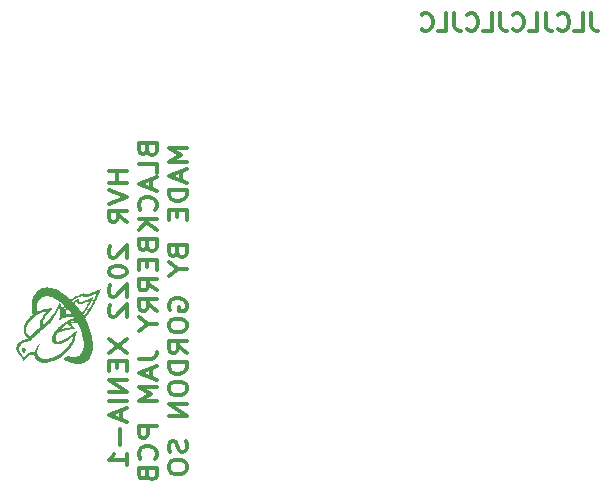
<source format=gbr>
%TF.GenerationSoftware,KiCad,Pcbnew,(6.0.1)*%
%TF.CreationDate,2022-05-15T10:58:49-07:00*%
%TF.ProjectId,BlackberryJam_pcb,426c6163-6b62-4657-9272-794a616d5f70,rev?*%
%TF.SameCoordinates,Original*%
%TF.FileFunction,Legend,Bot*%
%TF.FilePolarity,Positive*%
%FSLAX46Y46*%
G04 Gerber Fmt 4.6, Leading zero omitted, Abs format (unit mm)*
G04 Created by KiCad (PCBNEW (6.0.1)) date 2022-05-15 10:58:49*
%MOMM*%
%LPD*%
G01*
G04 APERTURE LIST*
%ADD10C,0.300000*%
G04 APERTURE END LIST*
D10*
X15918571Y-12920000D02*
X14418571Y-12920000D01*
X15490000Y-13503333D01*
X14418571Y-14086666D01*
X15918571Y-14086666D01*
X15490000Y-14836666D02*
X15490000Y-15670000D01*
X15918571Y-14670000D02*
X14418571Y-15253333D01*
X15918571Y-15836666D01*
X15918571Y-16420000D02*
X14418571Y-16420000D01*
X14418571Y-16836666D01*
X14490000Y-17086666D01*
X14632857Y-17253333D01*
X14775714Y-17336666D01*
X15061428Y-17420000D01*
X15275714Y-17420000D01*
X15561428Y-17336666D01*
X15704285Y-17253333D01*
X15847142Y-17086666D01*
X15918571Y-16836666D01*
X15918571Y-16420000D01*
X15132857Y-18170000D02*
X15132857Y-18753333D01*
X15918571Y-19003333D02*
X15918571Y-18170000D01*
X14418571Y-18170000D01*
X14418571Y-19003333D01*
X15132857Y-21670000D02*
X15204285Y-21920000D01*
X15275714Y-22003333D01*
X15418571Y-22086666D01*
X15632857Y-22086666D01*
X15775714Y-22003333D01*
X15847142Y-21920000D01*
X15918571Y-21753333D01*
X15918571Y-21086666D01*
X14418571Y-21086666D01*
X14418571Y-21670000D01*
X14490000Y-21836666D01*
X14561428Y-21920000D01*
X14704285Y-22003333D01*
X14847142Y-22003333D01*
X14990000Y-21920000D01*
X15061428Y-21836666D01*
X15132857Y-21670000D01*
X15132857Y-21086666D01*
X15204285Y-23170000D02*
X15918571Y-23170000D01*
X14418571Y-22586666D02*
X15204285Y-23170000D01*
X14418571Y-23753333D01*
X14490000Y-26586666D02*
X14418571Y-26419999D01*
X14418571Y-26169999D01*
X14490000Y-25920000D01*
X14632857Y-25753333D01*
X14775714Y-25670000D01*
X15061428Y-25586666D01*
X15275714Y-25586666D01*
X15561428Y-25670000D01*
X15704285Y-25753333D01*
X15847142Y-25920000D01*
X15918571Y-26170000D01*
X15918571Y-26336666D01*
X15847142Y-26586666D01*
X15775714Y-26670000D01*
X15275714Y-26670000D01*
X15275714Y-26336666D01*
X14418571Y-27753333D02*
X14418571Y-28086666D01*
X14490000Y-28253333D01*
X14632857Y-28420000D01*
X14918571Y-28503333D01*
X15418571Y-28503333D01*
X15704285Y-28420000D01*
X15847142Y-28253333D01*
X15918571Y-28086666D01*
X15918571Y-27753333D01*
X15847142Y-27586666D01*
X15704285Y-27420000D01*
X15418571Y-27336666D01*
X14918571Y-27336666D01*
X14632857Y-27420000D01*
X14490000Y-27586666D01*
X14418571Y-27753333D01*
X15918571Y-30253333D02*
X15204285Y-29670000D01*
X15918571Y-29253333D02*
X14418571Y-29253333D01*
X14418571Y-29920000D01*
X14490000Y-30086666D01*
X14561428Y-30170000D01*
X14704285Y-30253333D01*
X14918571Y-30253333D01*
X15061428Y-30170000D01*
X15132857Y-30086666D01*
X15204285Y-29920000D01*
X15204285Y-29253333D01*
X15918571Y-31003333D02*
X14418571Y-31003333D01*
X14418571Y-31420000D01*
X14490000Y-31670000D01*
X14632857Y-31836666D01*
X14775714Y-31920000D01*
X15061428Y-32003333D01*
X15275714Y-32003333D01*
X15561428Y-31920000D01*
X15704285Y-31836666D01*
X15847142Y-31670000D01*
X15918571Y-31420000D01*
X15918571Y-31003333D01*
X14418571Y-33086666D02*
X14418571Y-33420000D01*
X14490000Y-33586666D01*
X14632857Y-33753333D01*
X14918571Y-33836666D01*
X15418571Y-33836666D01*
X15704285Y-33753333D01*
X15847142Y-33586666D01*
X15918571Y-33420000D01*
X15918571Y-33086666D01*
X15847142Y-32920000D01*
X15704285Y-32753333D01*
X15418571Y-32670000D01*
X14918571Y-32670000D01*
X14632857Y-32753333D01*
X14490000Y-32920000D01*
X14418571Y-33086666D01*
X15918571Y-34586666D02*
X14418571Y-34586666D01*
X15918571Y-35586666D01*
X14418571Y-35586666D01*
X15847142Y-37670000D02*
X15918571Y-37920000D01*
X15918571Y-38336666D01*
X15847142Y-38503333D01*
X15775714Y-38586666D01*
X15632857Y-38670000D01*
X15490000Y-38670000D01*
X15347142Y-38586666D01*
X15275714Y-38503333D01*
X15204285Y-38336666D01*
X15132857Y-38003333D01*
X15061428Y-37836666D01*
X14990000Y-37753333D01*
X14847142Y-37670000D01*
X14704285Y-37670000D01*
X14561428Y-37753333D01*
X14490000Y-37836666D01*
X14418571Y-38003333D01*
X14418571Y-38420000D01*
X14490000Y-38670000D01*
X14418571Y-39753333D02*
X14418571Y-40086666D01*
X14490000Y-40253333D01*
X14632857Y-40420000D01*
X14918571Y-40503333D01*
X15418571Y-40503333D01*
X15704285Y-40420000D01*
X15847142Y-40253333D01*
X15918571Y-40086666D01*
X15918571Y-39753333D01*
X15847142Y-39586666D01*
X15704285Y-39420000D01*
X15418571Y-39336666D01*
X14918571Y-39336666D01*
X14632857Y-39420000D01*
X14490000Y-39586666D01*
X14418571Y-39753333D01*
X50178085Y-1479424D02*
X50178085Y-2550853D01*
X50249514Y-2765138D01*
X50392371Y-2907995D01*
X50606656Y-2979424D01*
X50749514Y-2979424D01*
X48749514Y-2979424D02*
X49463799Y-2979424D01*
X49463799Y-1479424D01*
X47392371Y-2836567D02*
X47463799Y-2907995D01*
X47678085Y-2979424D01*
X47820942Y-2979424D01*
X48035228Y-2907995D01*
X48178085Y-2765138D01*
X48249514Y-2622281D01*
X48320942Y-2336567D01*
X48320942Y-2122281D01*
X48249514Y-1836567D01*
X48178085Y-1693710D01*
X48035228Y-1550853D01*
X47820942Y-1479424D01*
X47678085Y-1479424D01*
X47463799Y-1550853D01*
X47392371Y-1622281D01*
X46320942Y-1479424D02*
X46320942Y-2550853D01*
X46392371Y-2765138D01*
X46535228Y-2907995D01*
X46749514Y-2979424D01*
X46892371Y-2979424D01*
X44892371Y-2979424D02*
X45606656Y-2979424D01*
X45606656Y-1479424D01*
X43535228Y-2836567D02*
X43606656Y-2907995D01*
X43820942Y-2979424D01*
X43963799Y-2979424D01*
X44178085Y-2907995D01*
X44320942Y-2765138D01*
X44392371Y-2622281D01*
X44463799Y-2336567D01*
X44463799Y-2122281D01*
X44392371Y-1836567D01*
X44320942Y-1693710D01*
X44178085Y-1550853D01*
X43963799Y-1479424D01*
X43820942Y-1479424D01*
X43606656Y-1550853D01*
X43535228Y-1622281D01*
X42463799Y-1479424D02*
X42463799Y-2550853D01*
X42535228Y-2765138D01*
X42678085Y-2907995D01*
X42892371Y-2979424D01*
X43035228Y-2979424D01*
X41035228Y-2979424D02*
X41749513Y-2979424D01*
X41749513Y-1479424D01*
X39678085Y-2836567D02*
X39749513Y-2907995D01*
X39963799Y-2979424D01*
X40106656Y-2979424D01*
X40320942Y-2907995D01*
X40463799Y-2765138D01*
X40535228Y-2622281D01*
X40606656Y-2336567D01*
X40606656Y-2122281D01*
X40535228Y-1836567D01*
X40463799Y-1693710D01*
X40320942Y-1550853D01*
X40106656Y-1479424D01*
X39963799Y-1479424D01*
X39749513Y-1550853D01*
X39678085Y-1622281D01*
X38606656Y-1479424D02*
X38606656Y-2550853D01*
X38678085Y-2765138D01*
X38820942Y-2907995D01*
X39035228Y-2979424D01*
X39178085Y-2979424D01*
X37178085Y-2979424D02*
X37892371Y-2979424D01*
X37892371Y-1479424D01*
X35820942Y-2836567D02*
X35892371Y-2907995D01*
X36106656Y-2979424D01*
X36249513Y-2979424D01*
X36463799Y-2907995D01*
X36606656Y-2765138D01*
X36678085Y-2622281D01*
X36749513Y-2336567D01*
X36749513Y-2122281D01*
X36678085Y-1836567D01*
X36606656Y-1693710D01*
X36463799Y-1550853D01*
X36249513Y-1479424D01*
X36106656Y-1479424D01*
X35892371Y-1550853D01*
X35820942Y-1622281D01*
X12592857Y-13045000D02*
X12664285Y-13295000D01*
X12735714Y-13378333D01*
X12878571Y-13461666D01*
X13092857Y-13461666D01*
X13235714Y-13378333D01*
X13307142Y-13295000D01*
X13378571Y-13128333D01*
X13378571Y-12461666D01*
X11878571Y-12461666D01*
X11878571Y-13045000D01*
X11950000Y-13211666D01*
X12021428Y-13295000D01*
X12164285Y-13378333D01*
X12307142Y-13378333D01*
X12450000Y-13295000D01*
X12521428Y-13211666D01*
X12592857Y-13045000D01*
X12592857Y-12461666D01*
X13378571Y-15045000D02*
X13378571Y-14211666D01*
X11878571Y-14211666D01*
X12950000Y-15545000D02*
X12950000Y-16378333D01*
X13378571Y-15378333D02*
X11878571Y-15961666D01*
X13378571Y-16545000D01*
X13235714Y-18128333D02*
X13307142Y-18045000D01*
X13378571Y-17795000D01*
X13378571Y-17628333D01*
X13307142Y-17378333D01*
X13164285Y-17211666D01*
X13021428Y-17128333D01*
X12735714Y-17045000D01*
X12521428Y-17045000D01*
X12235714Y-17128333D01*
X12092857Y-17211666D01*
X11950000Y-17378333D01*
X11878571Y-17628333D01*
X11878571Y-17795000D01*
X11950000Y-18045000D01*
X12021428Y-18128333D01*
X13378571Y-18878333D02*
X11878571Y-18878333D01*
X13378571Y-19878333D02*
X12521428Y-19128333D01*
X11878571Y-19878333D02*
X12735714Y-18878333D01*
X12592857Y-21211666D02*
X12664285Y-21461666D01*
X12735714Y-21545000D01*
X12878571Y-21628333D01*
X13092857Y-21628333D01*
X13235714Y-21545000D01*
X13307142Y-21461666D01*
X13378571Y-21295000D01*
X13378571Y-20628333D01*
X11878571Y-20628333D01*
X11878571Y-21211666D01*
X11950000Y-21378333D01*
X12021428Y-21461666D01*
X12164285Y-21545000D01*
X12307142Y-21545000D01*
X12450000Y-21461666D01*
X12521428Y-21378333D01*
X12592857Y-21211666D01*
X12592857Y-20628333D01*
X12592857Y-22378333D02*
X12592857Y-22961666D01*
X13378571Y-23211666D02*
X13378571Y-22378333D01*
X11878571Y-22378333D01*
X11878571Y-23211666D01*
X13378571Y-24961666D02*
X12664285Y-24378333D01*
X13378571Y-23961666D02*
X11878571Y-23961666D01*
X11878571Y-24628333D01*
X11950000Y-24795000D01*
X12021428Y-24878333D01*
X12164285Y-24961666D01*
X12378571Y-24961666D01*
X12521428Y-24878333D01*
X12592857Y-24795000D01*
X12664285Y-24628333D01*
X12664285Y-23961666D01*
X13378571Y-26711666D02*
X12664285Y-26128333D01*
X13378571Y-25711666D02*
X11878571Y-25711666D01*
X11878571Y-26378333D01*
X11950000Y-26545000D01*
X12021428Y-26628333D01*
X12164285Y-26711666D01*
X12378571Y-26711666D01*
X12521428Y-26628333D01*
X12592857Y-26545000D01*
X12664285Y-26378333D01*
X12664285Y-25711666D01*
X12664285Y-27795000D02*
X13378571Y-27795000D01*
X11878571Y-27211666D02*
X12664285Y-27795000D01*
X11878571Y-28378333D01*
X11878571Y-30795000D02*
X12950000Y-30795000D01*
X13164285Y-30711666D01*
X13307142Y-30545000D01*
X13378571Y-30295000D01*
X13378571Y-30128333D01*
X12950000Y-31545000D02*
X12950000Y-32378333D01*
X13378571Y-31378333D02*
X11878571Y-31961666D01*
X13378571Y-32545000D01*
X13378571Y-33128333D02*
X11878571Y-33128333D01*
X12950000Y-33711666D01*
X11878571Y-34295000D01*
X13378571Y-34295000D01*
X13378571Y-36461666D02*
X11878571Y-36461666D01*
X11878571Y-37128333D01*
X11950000Y-37295000D01*
X12021428Y-37378333D01*
X12164285Y-37461666D01*
X12378571Y-37461666D01*
X12521428Y-37378333D01*
X12592857Y-37295000D01*
X12664285Y-37128333D01*
X12664285Y-36461666D01*
X13235714Y-39211666D02*
X13307142Y-39128333D01*
X13378571Y-38878333D01*
X13378571Y-38711666D01*
X13307142Y-38461666D01*
X13164285Y-38295000D01*
X13021428Y-38211666D01*
X12735714Y-38128333D01*
X12521428Y-38128333D01*
X12235714Y-38211666D01*
X12092857Y-38295000D01*
X11950000Y-38461666D01*
X11878571Y-38711666D01*
X11878571Y-38878333D01*
X11950000Y-39128333D01*
X12021428Y-39211666D01*
X12592857Y-40545000D02*
X12664285Y-40795000D01*
X12735714Y-40878333D01*
X12878571Y-40961666D01*
X13092857Y-40961666D01*
X13235714Y-40878333D01*
X13307142Y-40795000D01*
X13378571Y-40628333D01*
X13378571Y-39961666D01*
X11878571Y-39961666D01*
X11878571Y-40545000D01*
X11950000Y-40711666D01*
X12021428Y-40795000D01*
X12164285Y-40878333D01*
X12307142Y-40878333D01*
X12450000Y-40795000D01*
X12521428Y-40711666D01*
X12592857Y-40545000D01*
X12592857Y-39961666D01*
%TO.C,HVR 2022 XENIA-1 *%
X10838571Y-14856666D02*
X9338571Y-14856666D01*
X10052857Y-14856666D02*
X10052857Y-15856666D01*
X10838571Y-15856666D02*
X9338571Y-15856666D01*
X9338571Y-16440000D02*
X10838571Y-17023333D01*
X9338571Y-17606666D01*
X10838571Y-19190000D02*
X10124285Y-18606666D01*
X10838571Y-18190000D02*
X9338571Y-18190000D01*
X9338571Y-18856666D01*
X9410000Y-19023333D01*
X9481428Y-19106666D01*
X9624285Y-19190000D01*
X9838571Y-19190000D01*
X9981428Y-19106666D01*
X10052857Y-19023333D01*
X10124285Y-18856666D01*
X10124285Y-18190000D01*
X9481428Y-21189999D02*
X9410000Y-21273333D01*
X9338571Y-21439999D01*
X9338571Y-21856666D01*
X9410000Y-22023333D01*
X9481428Y-22106666D01*
X9624285Y-22189999D01*
X9767142Y-22189999D01*
X9981428Y-22106666D01*
X10838571Y-21106666D01*
X10838571Y-22189999D01*
X9338571Y-23273333D02*
X9338571Y-23440000D01*
X9410000Y-23606666D01*
X9481428Y-23690000D01*
X9624285Y-23773333D01*
X9910000Y-23856666D01*
X10267142Y-23856666D01*
X10552857Y-23773333D01*
X10695714Y-23690000D01*
X10767142Y-23606666D01*
X10838571Y-23440000D01*
X10838571Y-23273333D01*
X10767142Y-23106666D01*
X10695714Y-23023333D01*
X10552857Y-22940000D01*
X10267142Y-22856666D01*
X9910000Y-22856666D01*
X9624285Y-22940000D01*
X9481428Y-23023333D01*
X9410000Y-23106666D01*
X9338571Y-23273333D01*
X9481428Y-24523333D02*
X9410000Y-24606666D01*
X9338571Y-24773333D01*
X9338571Y-25190000D01*
X9410000Y-25356666D01*
X9481428Y-25440000D01*
X9624285Y-25523333D01*
X9767142Y-25523333D01*
X9981428Y-25440000D01*
X10838571Y-24440000D01*
X10838571Y-25523333D01*
X9481428Y-26190000D02*
X9410000Y-26273333D01*
X9338571Y-26440000D01*
X9338571Y-26856666D01*
X9410000Y-27023333D01*
X9481428Y-27106666D01*
X9624285Y-27190000D01*
X9767142Y-27190000D01*
X9981428Y-27106666D01*
X10838571Y-26106666D01*
X10838571Y-27190000D01*
X9338571Y-29106666D02*
X10838571Y-30273333D01*
X9338571Y-30273333D02*
X10838571Y-29106666D01*
X10052857Y-30939999D02*
X10052857Y-31523333D01*
X10838571Y-31773333D02*
X10838571Y-30939999D01*
X9338571Y-30939999D01*
X9338571Y-31773333D01*
X10838571Y-32523333D02*
X9338571Y-32523333D01*
X10838571Y-33523333D01*
X9338571Y-33523333D01*
X10838571Y-34356666D02*
X9338571Y-34356666D01*
X10410000Y-35106666D02*
X10410000Y-35940000D01*
X10838571Y-34940000D02*
X9338571Y-35523333D01*
X10838571Y-36106666D01*
X10267142Y-36690000D02*
X10267142Y-38023333D01*
X10838571Y-39773333D02*
X10838571Y-38773333D01*
X10838571Y-39273333D02*
X9338571Y-39273333D01*
X9552857Y-39106666D01*
X9695714Y-38940000D01*
X9767142Y-38773333D01*
G36*
X2112801Y-29693653D02*
G01*
X2109908Y-29711135D01*
X2104278Y-29735206D01*
X2099618Y-29755054D01*
X2094607Y-29782716D01*
X2092661Y-29802999D01*
X2092661Y-29826192D01*
X2159342Y-29826186D01*
X2161120Y-29826190D01*
X2223754Y-29831700D01*
X2275487Y-29847670D01*
X2316190Y-29874059D01*
X2321778Y-29879969D01*
X2326853Y-29891123D01*
X2328171Y-29908547D01*
X2326454Y-29936639D01*
X2325686Y-29944062D01*
X2320351Y-29977832D01*
X2312101Y-30017083D01*
X2302374Y-30054761D01*
X2296723Y-30072827D01*
X2282191Y-30112716D01*
X2264255Y-30156272D01*
X2244582Y-30199878D01*
X2224839Y-30239916D01*
X2206692Y-30272768D01*
X2191808Y-30294815D01*
X2176138Y-30313867D01*
X2146190Y-30280903D01*
X2140194Y-30274198D01*
X2093302Y-30213422D01*
X2054562Y-30147900D01*
X2024931Y-30080193D01*
X2005365Y-30012866D01*
X1996819Y-29948479D01*
X2000249Y-29889597D01*
X2004147Y-29871405D01*
X2014495Y-29835694D01*
X2026461Y-29804550D01*
X2030921Y-29795592D01*
X2044271Y-29772590D01*
X2060662Y-29747565D01*
X2077891Y-29723518D01*
X2093752Y-29703452D01*
X2106042Y-29690368D01*
X2112558Y-29687270D01*
X2112801Y-29693653D01*
G37*
G36*
X4220515Y-24708281D02*
G01*
X4280022Y-24712751D01*
X4329354Y-24718973D01*
X4413825Y-24734639D01*
X4506136Y-24755171D01*
X4595631Y-24778342D01*
X4676099Y-24802653D01*
X4689515Y-24807124D01*
X4857795Y-24870298D01*
X5028904Y-24947305D01*
X5201610Y-25037376D01*
X5374681Y-25139744D01*
X5546885Y-25253640D01*
X5666024Y-25340946D01*
X5716990Y-25378295D01*
X5841863Y-25479113D01*
X5883764Y-25512943D01*
X6045975Y-25656815D01*
X6049303Y-25659903D01*
X6075836Y-25684271D01*
X6097925Y-25704117D01*
X6113349Y-25717469D01*
X6119886Y-25722358D01*
X6122303Y-25721195D01*
X6135383Y-25713343D01*
X6157695Y-25699308D01*
X6186964Y-25680530D01*
X6220914Y-25658448D01*
X6276643Y-25622750D01*
X6410791Y-25542544D01*
X6549462Y-25467064D01*
X6689781Y-25397692D01*
X6828873Y-25335809D01*
X6963864Y-25282795D01*
X7091881Y-25240031D01*
X7132576Y-25227767D01*
X7169145Y-25217088D01*
X7195703Y-25210466D01*
X7214768Y-25207849D01*
X7228859Y-25209185D01*
X7240494Y-25214419D01*
X7252192Y-25223500D01*
X7266472Y-25236375D01*
X7285418Y-25252038D01*
X7321341Y-25273173D01*
X7361381Y-25284566D01*
X7410433Y-25287974D01*
X7430408Y-25287389D01*
X7471184Y-25283202D01*
X7518100Y-25274780D01*
X7571834Y-25261877D01*
X7633060Y-25244249D01*
X7702456Y-25221652D01*
X7780697Y-25193842D01*
X7868460Y-25160575D01*
X7966421Y-25121605D01*
X8075255Y-25076690D01*
X8195639Y-25025584D01*
X8328249Y-24968044D01*
X8346403Y-24960032D01*
X8473762Y-24903825D01*
X8519045Y-24883741D01*
X8563563Y-24864087D01*
X8601619Y-24847381D01*
X8631350Y-24834439D01*
X8650889Y-24826077D01*
X8658374Y-24823108D01*
X8658637Y-24823329D01*
X8656814Y-24832435D01*
X8649826Y-24853767D01*
X8638284Y-24885768D01*
X8622800Y-24926882D01*
X8603987Y-24975553D01*
X8582457Y-25030223D01*
X8558821Y-25089337D01*
X8533691Y-25151338D01*
X8507681Y-25214669D01*
X8481401Y-25277774D01*
X8455465Y-25339097D01*
X8421420Y-25418369D01*
X8379205Y-25514852D01*
X8338386Y-25605743D01*
X8297207Y-25694826D01*
X8253912Y-25785888D01*
X8206746Y-25882712D01*
X8153953Y-25989084D01*
X8090417Y-26114193D01*
X7998522Y-26287635D01*
X7908893Y-26447455D01*
X7821027Y-26594431D01*
X7734419Y-26729337D01*
X7648564Y-26852949D01*
X7562959Y-26966043D01*
X7477099Y-27069395D01*
X7390480Y-27163782D01*
X7296609Y-27260877D01*
X7336077Y-27331807D01*
X7345383Y-27348821D01*
X7368889Y-27393435D01*
X7396472Y-27447459D01*
X7426646Y-27507854D01*
X7457927Y-27571580D01*
X7488829Y-27635599D01*
X7517867Y-27696871D01*
X7543556Y-27752356D01*
X7564409Y-27799015D01*
X7576710Y-27827474D01*
X7680480Y-28084962D01*
X7769418Y-28339488D01*
X7843511Y-28591003D01*
X7902745Y-28839456D01*
X7947106Y-29084798D01*
X7976581Y-29326978D01*
X7978981Y-29358416D01*
X7981799Y-29414747D01*
X7983723Y-29479542D01*
X7984754Y-29549419D01*
X7984892Y-29620994D01*
X7984137Y-29690884D01*
X7982490Y-29755707D01*
X7979951Y-29812081D01*
X7976520Y-29856621D01*
X7960900Y-29980333D01*
X7934118Y-30125532D01*
X7898857Y-30261165D01*
X7854563Y-30389300D01*
X7800681Y-30512007D01*
X7782917Y-30547271D01*
X7713162Y-30666768D01*
X7634682Y-30773779D01*
X7547389Y-30868371D01*
X7451197Y-30950611D01*
X7346020Y-31020569D01*
X7231770Y-31078311D01*
X7108360Y-31123906D01*
X6975705Y-31157421D01*
X6956301Y-31160902D01*
X6897997Y-31168127D01*
X6829893Y-31172986D01*
X6755767Y-31175453D01*
X6679397Y-31175503D01*
X6604560Y-31173109D01*
X6535035Y-31168245D01*
X6474599Y-31160885D01*
X6365132Y-31140054D01*
X6246264Y-31110738D01*
X6125228Y-31074764D01*
X6006934Y-31033593D01*
X5896289Y-30988686D01*
X5888158Y-30985079D01*
X5847525Y-30966386D01*
X5801942Y-30944521D01*
X5753274Y-30920466D01*
X5703386Y-30895206D01*
X5654145Y-30869726D01*
X5607416Y-30845010D01*
X5565063Y-30822042D01*
X5528954Y-30801806D01*
X5500953Y-30785287D01*
X5482926Y-30773468D01*
X5476738Y-30767334D01*
X5476893Y-30767014D01*
X5484370Y-30760030D01*
X5501389Y-30746013D01*
X5525650Y-30726819D01*
X5554851Y-30704307D01*
X5567612Y-30694455D01*
X5605012Y-30664674D01*
X5647658Y-30629736D01*
X5691221Y-30593212D01*
X5731376Y-30558672D01*
X5830247Y-30472223D01*
X5914274Y-30502209D01*
X5992849Y-30528232D01*
X6123001Y-30562015D01*
X6248057Y-30582497D01*
X6367629Y-30589709D01*
X6481330Y-30583680D01*
X6588773Y-30564441D01*
X6689570Y-30532022D01*
X6783334Y-30486453D01*
X6869677Y-30427764D01*
X6934529Y-30369445D01*
X7002190Y-30290039D01*
X7060770Y-30199122D01*
X7110087Y-30097220D01*
X7149960Y-29984856D01*
X7180207Y-29862557D01*
X7200646Y-29730846D01*
X7211094Y-29590248D01*
X7211372Y-29441290D01*
X7206291Y-29340983D01*
X7186194Y-29147025D01*
X7152353Y-28947608D01*
X7104731Y-28742586D01*
X7043292Y-28531811D01*
X6968000Y-28315137D01*
X6878818Y-28092415D01*
X6868002Y-28067571D01*
X6850403Y-28028539D01*
X6829855Y-27984100D01*
X6807295Y-27936175D01*
X6783661Y-27886687D01*
X6759891Y-27837560D01*
X6736922Y-27790715D01*
X6715694Y-27748076D01*
X6697142Y-27711566D01*
X6682207Y-27683106D01*
X6671824Y-27664621D01*
X6666933Y-27658031D01*
X6659196Y-27660032D01*
X6639775Y-27665885D01*
X6611769Y-27674663D01*
X6578204Y-27685429D01*
X6518803Y-27703474D01*
X6425812Y-27725937D01*
X6337297Y-27739337D01*
X6249013Y-27744434D01*
X6156790Y-27745670D01*
X6198358Y-27791395D01*
X6202482Y-27795966D01*
X6256379Y-27861586D01*
X6312633Y-27940470D01*
X6370254Y-28031146D01*
X6428248Y-28132144D01*
X6430509Y-28136276D01*
X6444887Y-28162932D01*
X6452659Y-28179348D01*
X6454464Y-28188305D01*
X6450946Y-28192582D01*
X6442746Y-28194961D01*
X6442489Y-28195018D01*
X6430317Y-28197153D01*
X6404960Y-28201234D01*
X6368210Y-28206985D01*
X6321858Y-28214130D01*
X6267694Y-28222393D01*
X6207510Y-28231498D01*
X6143096Y-28241168D01*
X6083623Y-28250144D01*
X6016923Y-28260395D01*
X5953620Y-28270309D01*
X5896050Y-28279512D01*
X5846551Y-28287630D01*
X5807458Y-28294289D01*
X5781110Y-28299114D01*
X5729164Y-28310477D01*
X5658927Y-28328167D01*
X5578805Y-28350309D01*
X5491048Y-28376217D01*
X5397906Y-28405205D01*
X5301629Y-28436590D01*
X5204466Y-28469686D01*
X5108668Y-28503808D01*
X5019215Y-28536424D01*
X4979936Y-28597656D01*
X4942510Y-28660938D01*
X4907770Y-28729414D01*
X4878828Y-28796875D01*
X4858033Y-28858301D01*
X4852133Y-28881152D01*
X4845426Y-28917556D01*
X4841853Y-28957550D01*
X4840742Y-29006906D01*
X4840812Y-29019013D01*
X4846268Y-29094655D01*
X4860351Y-29158174D01*
X4882997Y-29209415D01*
X4914141Y-29248225D01*
X4953718Y-29274450D01*
X4961670Y-29277715D01*
X5005636Y-29286986D01*
X5060102Y-29286571D01*
X5124299Y-29276797D01*
X5197463Y-29257992D01*
X5278825Y-29230482D01*
X5367620Y-29194596D01*
X5463080Y-29150661D01*
X5564440Y-29099004D01*
X5670933Y-29039953D01*
X5781792Y-28973836D01*
X5896251Y-28900979D01*
X6013543Y-28821710D01*
X6079553Y-28775088D01*
X6163590Y-28714051D01*
X6250944Y-28649019D01*
X6338395Y-28582449D01*
X6422721Y-28516797D01*
X6500698Y-28454519D01*
X6569107Y-28398073D01*
X6636942Y-28340908D01*
X6631468Y-28390034D01*
X6628522Y-28413907D01*
X6621552Y-28462306D01*
X6612498Y-28519030D01*
X6602062Y-28580010D01*
X6590951Y-28641178D01*
X6579869Y-28698464D01*
X6569519Y-28747800D01*
X6518048Y-28947117D01*
X6452170Y-29143151D01*
X6372684Y-29332359D01*
X6279615Y-29514673D01*
X6172993Y-29690029D01*
X6127762Y-29756078D01*
X6023396Y-29893464D01*
X5906553Y-30029677D01*
X5779065Y-30163106D01*
X5642767Y-30292138D01*
X5499492Y-30415162D01*
X5351073Y-30530566D01*
X5199345Y-30636738D01*
X5046139Y-30732067D01*
X4893291Y-30814942D01*
X4834547Y-30843242D01*
X4680379Y-30908313D01*
X4513091Y-30966663D01*
X4333165Y-31018118D01*
X4270225Y-31033950D01*
X4209094Y-31048079D01*
X4155145Y-31058689D01*
X4104473Y-31066359D01*
X4053173Y-31071669D01*
X3997342Y-31075199D01*
X3933075Y-31077528D01*
X3880862Y-31078436D01*
X3803876Y-31076986D01*
X3735905Y-31071233D01*
X3673272Y-31060475D01*
X3612299Y-31044010D01*
X3549309Y-31021136D01*
X3480623Y-30991151D01*
X3441534Y-30972049D01*
X3344735Y-30915157D01*
X3260167Y-30850489D01*
X3188187Y-30778495D01*
X3129152Y-30699625D01*
X3083418Y-30614331D01*
X3051343Y-30523063D01*
X3033284Y-30426273D01*
X3028046Y-30378643D01*
X2909003Y-30378776D01*
X2904002Y-30378787D01*
X2825729Y-30381008D01*
X2758848Y-30387633D01*
X2700104Y-30399513D01*
X2646247Y-30417497D01*
X2594024Y-30442436D01*
X2540182Y-30475180D01*
X2496706Y-30507218D01*
X2433720Y-30564201D01*
X2370141Y-30633439D01*
X2307290Y-30713339D01*
X2246487Y-30802311D01*
X2189052Y-30898760D01*
X2185983Y-30904222D01*
X2171916Y-30927587D01*
X2160487Y-30944002D01*
X2153928Y-30950201D01*
X2153811Y-30950189D01*
X2147646Y-30943350D01*
X2136157Y-30925680D01*
X2120946Y-30899787D01*
X2103615Y-30868277D01*
X2076471Y-30818614D01*
X2014011Y-30713696D01*
X1948749Y-30617715D01*
X1877624Y-30526340D01*
X1797573Y-30435238D01*
X1768706Y-30403800D01*
X1729894Y-30360142D01*
X1698686Y-30322553D01*
X1673030Y-30288223D01*
X1650879Y-30254343D01*
X1630179Y-30218102D01*
X1608883Y-30176693D01*
X1596449Y-30151112D01*
X1567084Y-30084447D01*
X1545626Y-30023643D01*
X1530689Y-29964382D01*
X1520889Y-29902346D01*
X1519293Y-29887910D01*
X1518981Y-29880124D01*
X1749891Y-29880124D01*
X1754140Y-29959798D01*
X1768406Y-30039070D01*
X1792122Y-30113946D01*
X1824725Y-30180431D01*
X1827962Y-30185568D01*
X1841189Y-30205201D01*
X1860961Y-30233501D01*
X1886092Y-30268850D01*
X1915393Y-30309628D01*
X1947676Y-30354217D01*
X1981755Y-30400998D01*
X2016441Y-30448352D01*
X2050547Y-30494661D01*
X2082885Y-30538305D01*
X2112268Y-30577666D01*
X2137507Y-30611125D01*
X2157416Y-30637062D01*
X2170806Y-30653860D01*
X2176489Y-30659899D01*
X2181459Y-30655337D01*
X2192558Y-30641131D01*
X2206972Y-30620592D01*
X2233892Y-30581594D01*
X2276634Y-30522940D01*
X2320342Y-30466350D01*
X2362133Y-30415524D01*
X2399121Y-30374161D01*
X2430940Y-30342173D01*
X2487755Y-30293396D01*
X2548818Y-30252391D01*
X2619625Y-30215197D01*
X2656220Y-30198859D01*
X2712027Y-30177964D01*
X2770390Y-30161403D01*
X2834461Y-30148460D01*
X2907395Y-30138418D01*
X2992346Y-30130563D01*
X3057557Y-30125600D01*
X3078700Y-30059698D01*
X3099315Y-30001143D01*
X3152898Y-29882320D01*
X3220195Y-29768918D01*
X3300491Y-29662067D01*
X3393068Y-29562901D01*
X3397066Y-29559057D01*
X3428146Y-29529854D01*
X3457946Y-29502924D01*
X3484517Y-29479918D01*
X3505910Y-29462484D01*
X3520176Y-29452273D01*
X3525364Y-29450935D01*
X3522749Y-29456396D01*
X3513651Y-29472594D01*
X3499570Y-29496684D01*
X3482116Y-29525878D01*
X3430114Y-29619347D01*
X3382763Y-29719895D01*
X3343122Y-29821231D01*
X3312549Y-29919870D01*
X3292403Y-30012329D01*
X3288334Y-30040532D01*
X3282850Y-30142557D01*
X3291683Y-30243001D01*
X3314583Y-30340076D01*
X3351297Y-30431989D01*
X3362372Y-30453613D01*
X3378770Y-30481177D01*
X3397895Y-30507061D01*
X3422697Y-30535129D01*
X3456127Y-30569244D01*
X3479410Y-30591951D01*
X3510444Y-30620065D01*
X3538823Y-30642079D01*
X3568989Y-30661323D01*
X3605382Y-30681127D01*
X3647390Y-30701992D01*
X3692789Y-30721581D01*
X3735963Y-30735896D01*
X3780389Y-30745671D01*
X3829542Y-30751640D01*
X3886899Y-30754535D01*
X3955937Y-30755092D01*
X4043222Y-30752809D01*
X4131063Y-30745630D01*
X4216175Y-30732777D01*
X4303774Y-30713447D01*
X4399077Y-30686837D01*
X4415537Y-30681773D01*
X4505065Y-30651679D01*
X4601159Y-30615644D01*
X4700250Y-30575225D01*
X4798767Y-30531977D01*
X4893138Y-30487457D01*
X4979793Y-30443223D01*
X5055161Y-30400830D01*
X5192130Y-30313240D01*
X5343355Y-30202321D01*
X5490989Y-30078417D01*
X5635910Y-29940786D01*
X5778994Y-29788685D01*
X5811467Y-29751964D01*
X5904797Y-29641702D01*
X5987094Y-29536269D01*
X6059862Y-29433320D01*
X6124608Y-29330511D01*
X6182835Y-29225500D01*
X6236050Y-29115941D01*
X6285758Y-28999491D01*
X6285888Y-28999167D01*
X6296838Y-28970839D01*
X6309616Y-28936191D01*
X6323206Y-28898169D01*
X6336598Y-28859720D01*
X6348777Y-28823789D01*
X6358730Y-28793323D01*
X6365445Y-28771268D01*
X6367908Y-28760571D01*
X6366220Y-28760388D01*
X6356011Y-28767327D01*
X6338611Y-28781880D01*
X6316402Y-28802128D01*
X6288272Y-28828208D01*
X6182369Y-28919535D01*
X6064817Y-29010845D01*
X5934764Y-29102746D01*
X5791362Y-29195847D01*
X5633761Y-29290756D01*
X5561779Y-29331943D01*
X5469742Y-29381965D01*
X5386775Y-29423407D01*
X5311254Y-29456858D01*
X5241557Y-29482906D01*
X5176061Y-29502141D01*
X5113143Y-29515152D01*
X5051180Y-29522526D01*
X4988550Y-29524853D01*
X4966422Y-29524636D01*
X4887940Y-29519444D01*
X4820809Y-29506862D01*
X4763124Y-29486256D01*
X4712982Y-29456995D01*
X4668478Y-29418445D01*
X4627591Y-29368497D01*
X4589003Y-29302137D01*
X4558706Y-29227413D01*
X4537411Y-29147072D01*
X4525826Y-29063861D01*
X4524660Y-28980528D01*
X4534623Y-28899821D01*
X4546957Y-28847296D01*
X4568055Y-28780708D01*
X4595869Y-28713450D01*
X4631158Y-28644282D01*
X4674681Y-28571961D01*
X4727197Y-28495246D01*
X4789464Y-28412895D01*
X4862242Y-28323666D01*
X4919698Y-28257118D01*
X5249784Y-28257118D01*
X5251054Y-28257135D01*
X5263360Y-28254194D01*
X5286504Y-28247493D01*
X5317837Y-28237820D01*
X5354708Y-28225963D01*
X5397374Y-28212236D01*
X5478089Y-28187973D01*
X5551891Y-28168502D01*
X5623411Y-28152649D01*
X5697281Y-28139243D01*
X5735429Y-28133305D01*
X5798573Y-28124395D01*
X5868767Y-28115314D01*
X5941592Y-28106587D01*
X6012629Y-28098736D01*
X6077459Y-28092287D01*
X6131665Y-28087762D01*
X6158289Y-28085837D01*
X6192131Y-28082712D01*
X6212455Y-28078552D01*
X6220315Y-28071937D01*
X6216766Y-28061449D01*
X6202862Y-28045668D01*
X6179659Y-28023175D01*
X6143076Y-27989368D01*
X6072956Y-27932068D01*
X6006269Y-27888215D01*
X5941978Y-27857173D01*
X5879048Y-27838303D01*
X5841521Y-27830400D01*
X5812752Y-27825069D01*
X5790214Y-27823282D01*
X5770772Y-27825886D01*
X5751294Y-27833727D01*
X5728647Y-27847651D01*
X5699699Y-27868506D01*
X5661316Y-27897138D01*
X5644403Y-27909783D01*
X5601045Y-27942754D01*
X5557112Y-27976827D01*
X5516905Y-28008649D01*
X5484726Y-28034864D01*
X5473097Y-28044694D01*
X5444698Y-28069473D01*
X5412893Y-28098028D01*
X5379527Y-28128615D01*
X5346442Y-28159489D01*
X5315483Y-28188906D01*
X5288494Y-28215121D01*
X5267319Y-28236391D01*
X5253801Y-28250972D01*
X5249784Y-28257118D01*
X4919698Y-28257118D01*
X4946289Y-28226319D01*
X4967362Y-28202718D01*
X5019288Y-28146874D01*
X5072611Y-28093065D01*
X5128527Y-28040351D01*
X5188231Y-27987792D01*
X5252918Y-27934450D01*
X5323782Y-27879384D01*
X5402020Y-27821657D01*
X5488824Y-27760327D01*
X5585392Y-27694457D01*
X5692917Y-27623107D01*
X5721997Y-27604210D01*
X6104992Y-27604210D01*
X6127854Y-27605237D01*
X6160747Y-27606087D01*
X6272153Y-27599941D01*
X6387261Y-27579878D01*
X6506987Y-27545756D01*
X6536692Y-27535439D01*
X6563643Y-27525394D01*
X6581816Y-27517806D01*
X6588353Y-27513797D01*
X6588184Y-27513118D01*
X6583042Y-27502896D01*
X6573154Y-27486564D01*
X6571711Y-27484295D01*
X6561568Y-27467393D01*
X6556130Y-27456682D01*
X6551091Y-27456178D01*
X6534607Y-27460466D01*
X6509558Y-27469315D01*
X6478895Y-27481768D01*
X6453766Y-27492222D01*
X6371600Y-27522179D01*
X6291423Y-27545293D01*
X6218093Y-27560102D01*
X6194146Y-27564670D01*
X6159969Y-27574576D01*
X6134264Y-27586219D01*
X6104992Y-27604210D01*
X5721997Y-27604210D01*
X5790214Y-27559880D01*
X5812594Y-27545337D01*
X5903593Y-27489048D01*
X6001971Y-27434310D01*
X6101370Y-27386021D01*
X6206528Y-27341896D01*
X6322184Y-27299650D01*
X6329201Y-27297232D01*
X6364343Y-27284842D01*
X6393742Y-27274032D01*
X6414495Y-27265893D01*
X6423702Y-27261514D01*
X6423827Y-27257829D01*
X6412519Y-27251428D01*
X6389649Y-27243995D01*
X6357316Y-27235929D01*
X6317619Y-27227628D01*
X6272656Y-27219491D01*
X6224527Y-27211918D01*
X6175330Y-27205308D01*
X6127165Y-27200059D01*
X6082130Y-27196571D01*
X6065130Y-27195694D01*
X5983918Y-27194621D01*
X5902794Y-27199066D01*
X5820183Y-27209428D01*
X5734512Y-27226105D01*
X5644203Y-27249495D01*
X5547683Y-27279995D01*
X5443375Y-27318003D01*
X5329705Y-27363919D01*
X5205097Y-27418138D01*
X5179976Y-27429299D01*
X5145234Y-27444395D01*
X5117214Y-27456153D01*
X5098299Y-27463580D01*
X5090873Y-27465685D01*
X5090771Y-27465216D01*
X5092874Y-27454935D01*
X5098782Y-27433489D01*
X5107700Y-27403648D01*
X5118835Y-27368183D01*
X5128900Y-27335995D01*
X5151944Y-27256719D01*
X5174253Y-27172833D01*
X5194654Y-27089052D01*
X5211978Y-27010089D01*
X5225053Y-26940658D01*
X5230835Y-26901878D01*
X5483872Y-26901878D01*
X5484115Y-26938385D01*
X5485635Y-26966555D01*
X5488526Y-26982971D01*
X5492489Y-26991260D01*
X5498002Y-26993842D01*
X5503076Y-26983448D01*
X5504454Y-26976710D01*
X5664822Y-26976710D01*
X5762975Y-26966611D01*
X5779073Y-26965052D01*
X5839567Y-26960600D01*
X5904360Y-26957683D01*
X5970209Y-26956302D01*
X6033871Y-26956461D01*
X6092102Y-26958163D01*
X6141657Y-26961412D01*
X6179294Y-26966209D01*
X6187040Y-26967600D01*
X6213170Y-26971961D01*
X6231464Y-26974487D01*
X6238355Y-26974667D01*
X6238019Y-26973336D01*
X6230940Y-26961511D01*
X6215627Y-26940132D01*
X6193344Y-26910735D01*
X6165353Y-26874857D01*
X6132917Y-26834036D01*
X6097298Y-26789809D01*
X6059760Y-26743711D01*
X6021564Y-26697281D01*
X5983974Y-26652055D01*
X5948253Y-26609570D01*
X5915662Y-26571363D01*
X5887465Y-26538971D01*
X5864924Y-26513931D01*
X5849303Y-26497780D01*
X5841863Y-26492055D01*
X5840700Y-26492532D01*
X5832546Y-26502041D01*
X5819603Y-26521611D01*
X5803479Y-26548428D01*
X5785779Y-26579675D01*
X5768110Y-26612538D01*
X5752077Y-26644201D01*
X5739288Y-26671849D01*
X5733431Y-26685791D01*
X5710298Y-26748007D01*
X5691029Y-26811411D01*
X5676949Y-26871249D01*
X5669381Y-26922768D01*
X5664822Y-26976710D01*
X5504454Y-26976710D01*
X5508008Y-26959326D01*
X5513094Y-26920723D01*
X5524606Y-26843736D01*
X5547856Y-26746689D01*
X5581567Y-26649885D01*
X5626999Y-26549210D01*
X5632758Y-26537862D01*
X5653978Y-26498582D01*
X5676924Y-26459033D01*
X5697546Y-26426271D01*
X5733981Y-26371918D01*
X5700003Y-26338632D01*
X5666024Y-26305346D01*
X5651348Y-26324398D01*
X5637991Y-26344846D01*
X5620150Y-26377289D01*
X5600138Y-26417373D01*
X5579549Y-26461661D01*
X5559977Y-26506717D01*
X5543017Y-26549106D01*
X5530262Y-26585390D01*
X5526468Y-26597839D01*
X5514329Y-26642464D01*
X5503305Y-26689349D01*
X5495397Y-26730185D01*
X5493818Y-26740805D01*
X5489880Y-26776496D01*
X5486847Y-26817516D01*
X5484814Y-26860449D01*
X5483872Y-26901878D01*
X5230835Y-26901878D01*
X5231496Y-26897444D01*
X5239785Y-26819705D01*
X5244616Y-26740126D01*
X5245867Y-26662846D01*
X5243417Y-26592006D01*
X5237142Y-26531747D01*
X5237109Y-26531530D01*
X5229966Y-26492415D01*
X5220625Y-26451610D01*
X5210058Y-26412452D01*
X5199240Y-26378282D01*
X5189143Y-26352440D01*
X5180742Y-26338264D01*
X5177314Y-26340248D01*
X5168149Y-26353791D01*
X5154657Y-26378121D01*
X5137834Y-26411412D01*
X5118680Y-26451836D01*
X5113070Y-26463928D01*
X5090883Y-26510729D01*
X5064238Y-26565754D01*
X5035119Y-26624959D01*
X5005511Y-26684300D01*
X4977399Y-26739730D01*
X4951396Y-26790111D01*
X4874876Y-26933512D01*
X4800755Y-27064476D01*
X4727834Y-27184711D01*
X4654912Y-27295922D01*
X4580788Y-27399818D01*
X4504260Y-27498105D01*
X4424130Y-27592490D01*
X4339195Y-27684681D01*
X4248254Y-27776385D01*
X4237794Y-27786561D01*
X4215034Y-27808489D01*
X4190757Y-27831562D01*
X4164063Y-27856594D01*
X4134055Y-27884402D01*
X4099836Y-27915802D01*
X4060506Y-27951610D01*
X4015169Y-27992643D01*
X3962925Y-28039717D01*
X3902878Y-28093647D01*
X3834129Y-28155250D01*
X3755780Y-28225342D01*
X3666934Y-28304739D01*
X3628559Y-28338658D01*
X3580773Y-28380305D01*
X3527180Y-28426561D01*
X3470775Y-28474850D01*
X3414556Y-28522598D01*
X3361518Y-28567229D01*
X3330473Y-28593226D01*
X3248360Y-28662274D01*
X3176554Y-28723257D01*
X3113917Y-28777315D01*
X3059310Y-28825587D01*
X3011594Y-28869210D01*
X2969631Y-28909325D01*
X2932281Y-28947070D01*
X2898407Y-28983584D01*
X2866870Y-29020005D01*
X2836531Y-29057474D01*
X2806251Y-29097128D01*
X2774891Y-29140106D01*
X2741314Y-29187547D01*
X2692668Y-29256985D01*
X2630813Y-29261902D01*
X2527837Y-29272425D01*
X2408219Y-29290933D01*
X2296630Y-29315280D01*
X2194729Y-29345033D01*
X2104181Y-29379760D01*
X2026648Y-29419028D01*
X2005940Y-29433113D01*
X1976656Y-29456320D01*
X1944554Y-29484292D01*
X1913624Y-29513687D01*
X1874591Y-29555667D01*
X1827225Y-29619290D01*
X1791543Y-29686658D01*
X1765490Y-29761209D01*
X1756221Y-29804041D01*
X1749891Y-29880124D01*
X1518981Y-29880124D01*
X1515289Y-29788064D01*
X1524685Y-29695066D01*
X1547794Y-29608008D01*
X1584926Y-29525984D01*
X1636394Y-29448087D01*
X1702508Y-29373411D01*
X1718898Y-29357533D01*
X1802355Y-29288456D01*
X1899673Y-29225183D01*
X2010616Y-29167825D01*
X2134950Y-29116494D01*
X2272437Y-29071302D01*
X2422843Y-29032360D01*
X2442170Y-29027913D01*
X2484781Y-29017689D01*
X2514291Y-29009770D01*
X2532059Y-29003719D01*
X2539445Y-28999099D01*
X2537807Y-28995475D01*
X2499377Y-28972400D01*
X2405423Y-28905779D01*
X2325095Y-28832390D01*
X2258305Y-28752097D01*
X2204963Y-28664763D01*
X2164980Y-28570250D01*
X2138268Y-28468422D01*
X2124737Y-28359141D01*
X2122072Y-28286717D01*
X2122572Y-28272706D01*
X2324890Y-28272706D01*
X2326331Y-28352345D01*
X2337808Y-28424648D01*
X2359680Y-28487883D01*
X2392385Y-28548395D01*
X2446159Y-28621527D01*
X2510102Y-28684055D01*
X2583184Y-28735015D01*
X2664378Y-28773444D01*
X2714072Y-28792080D01*
X2771068Y-28723543D01*
X2777749Y-28715590D01*
X2827963Y-28659493D01*
X2886601Y-28599161D01*
X2949935Y-28538203D01*
X3014235Y-28480224D01*
X3075771Y-28428834D01*
X3106466Y-28404310D01*
X3148996Y-28370126D01*
X3191086Y-28336109D01*
X3226977Y-28306901D01*
X3255839Y-28283948D01*
X3294023Y-28254568D01*
X3337874Y-28221527D01*
X3383980Y-28187398D01*
X3428927Y-28154753D01*
X3441296Y-28145862D01*
X3479480Y-28118321D01*
X3512972Y-28094020D01*
X3539848Y-28074368D01*
X3558179Y-28060770D01*
X3566041Y-28054634D01*
X3566641Y-28049600D01*
X3560824Y-28034960D01*
X3548674Y-28015616D01*
X3527832Y-27981332D01*
X3507275Y-27927228D01*
X3495383Y-27863157D01*
X3491772Y-27787584D01*
X3491786Y-27785366D01*
X3498643Y-27684961D01*
X3518028Y-27584606D01*
X3550447Y-27482311D01*
X3596405Y-27376088D01*
X3614119Y-27341481D01*
X3664069Y-27256773D01*
X3724878Y-27167875D01*
X3794798Y-27076990D01*
X3872083Y-26986320D01*
X3954985Y-26898070D01*
X4041758Y-26814442D01*
X4049908Y-26807004D01*
X4082007Y-26777965D01*
X4112078Y-26751126D01*
X4137064Y-26729201D01*
X4153908Y-26714903D01*
X4165182Y-26705212D01*
X4175672Y-26694400D01*
X4176579Y-26690195D01*
X4175418Y-26690240D01*
X4159726Y-26692843D01*
X4132626Y-26698921D01*
X4096921Y-26707732D01*
X4055410Y-26718533D01*
X4010896Y-26730583D01*
X3966181Y-26743139D01*
X3924065Y-26755460D01*
X3887350Y-26766803D01*
X3774105Y-26805592D01*
X3592219Y-26878382D01*
X3415560Y-26962036D01*
X3246290Y-27055414D01*
X3086571Y-27157378D01*
X2938565Y-27266787D01*
X2849454Y-27342942D01*
X2757420Y-27431756D01*
X2669178Y-27526886D01*
X2588252Y-27624526D01*
X2518164Y-27720870D01*
X2506959Y-27737860D01*
X2455700Y-27825123D01*
X2412330Y-27915448D01*
X2377205Y-28007102D01*
X2350685Y-28098351D01*
X2333127Y-28187464D01*
X2324890Y-28272706D01*
X2122572Y-28272706D01*
X2126209Y-28170861D01*
X2141535Y-28058441D01*
X2168609Y-27946797D01*
X2207991Y-27833266D01*
X2260242Y-27715187D01*
X2303875Y-27631004D01*
X2355875Y-27543843D01*
X2414190Y-27459244D01*
X2480615Y-27374792D01*
X2556942Y-27288070D01*
X2644963Y-27196664D01*
X2646651Y-27194975D01*
X2685859Y-27156504D01*
X2726238Y-27118118D01*
X2764843Y-27082534D01*
X2798733Y-27052467D01*
X2824961Y-27030632D01*
X2890445Y-26979222D01*
X2876836Y-26907346D01*
X2875835Y-26902010D01*
X2862237Y-26820493D01*
X2849617Y-26728416D01*
X2838472Y-26630138D01*
X2831223Y-26551001D01*
X3232109Y-26551001D01*
X3232280Y-26606319D01*
X3232719Y-26656182D01*
X3233388Y-26698633D01*
X3234248Y-26731715D01*
X3235263Y-26753471D01*
X3236395Y-26761943D01*
X3238999Y-26761968D01*
X3253294Y-26757758D01*
X3277669Y-26748720D01*
X3309606Y-26735812D01*
X3346588Y-26719993D01*
X3464713Y-26671722D01*
X3642233Y-26610913D01*
X3830554Y-26559323D01*
X4028706Y-26517211D01*
X4176579Y-26494083D01*
X4235718Y-26484833D01*
X4266747Y-26480991D01*
X4314821Y-26475552D01*
X4366604Y-26470156D01*
X4418956Y-26465093D01*
X4468735Y-26460652D01*
X4512801Y-26457122D01*
X4548011Y-26454792D01*
X4571226Y-26453951D01*
X4572251Y-26454316D01*
X4569280Y-26462386D01*
X4555420Y-26481044D01*
X4530663Y-26510301D01*
X4495000Y-26550166D01*
X4448422Y-26600651D01*
X4406442Y-26645921D01*
X4298838Y-26764744D01*
X4202679Y-26875433D01*
X4117419Y-26978737D01*
X4042514Y-27075404D01*
X3977419Y-27166183D01*
X3921590Y-27251821D01*
X3874481Y-27333066D01*
X3835548Y-27410668D01*
X3804246Y-27485374D01*
X3797776Y-27503205D01*
X3776816Y-27574757D01*
X3765146Y-27641743D01*
X3762867Y-27702365D01*
X3770079Y-27754823D01*
X3786882Y-27797317D01*
X3794043Y-27808859D01*
X3811945Y-27830313D01*
X3828394Y-27837721D01*
X3844497Y-27831744D01*
X3868682Y-27812388D01*
X3902898Y-27783549D01*
X3943082Y-27748666D01*
X3986627Y-27710073D01*
X4030926Y-27670104D01*
X4073369Y-27631091D01*
X4111351Y-27595369D01*
X4142263Y-27565271D01*
X4209129Y-27496413D01*
X4328148Y-27364357D01*
X4445240Y-27222740D01*
X4557663Y-27075078D01*
X4662679Y-26924886D01*
X4757546Y-26775682D01*
X4784960Y-26729013D01*
X4831200Y-26645708D01*
X4878502Y-26555411D01*
X4925537Y-26460953D01*
X4970975Y-26365163D01*
X5013486Y-26270871D01*
X5051740Y-26180908D01*
X5084408Y-26098103D01*
X5110160Y-26025286D01*
X5115206Y-26009982D01*
X5122569Y-25989968D01*
X5128388Y-25980813D01*
X5134688Y-25980095D01*
X5143491Y-25985391D01*
X5159107Y-25999206D01*
X5180742Y-26023427D01*
X5182100Y-26024947D01*
X5208350Y-26058357D01*
X5235617Y-26096428D01*
X5261659Y-26136149D01*
X5284238Y-26174511D01*
X5290624Y-26186378D01*
X5332750Y-26276205D01*
X5369546Y-26375265D01*
X5399137Y-26478600D01*
X5406438Y-26507026D01*
X5414402Y-26534711D01*
X5420850Y-26553544D01*
X5424839Y-26560523D01*
X5427574Y-26559117D01*
X5430555Y-26548719D01*
X5431340Y-26542188D01*
X5437373Y-26520140D01*
X5448326Y-26488891D01*
X5462961Y-26451433D01*
X5480041Y-26410759D01*
X5498331Y-26369861D01*
X5516593Y-26331733D01*
X5533590Y-26299368D01*
X5548374Y-26272775D01*
X5562358Y-26247171D01*
X5571851Y-26229250D01*
X5575349Y-26221804D01*
X5575192Y-26221373D01*
X5568069Y-26213449D01*
X5551862Y-26197754D01*
X5528664Y-26176175D01*
X5500567Y-26150605D01*
X5469661Y-26122934D01*
X5438040Y-26095051D01*
X5407796Y-26068847D01*
X5381020Y-26046212D01*
X5346351Y-26018737D01*
X6419309Y-26018737D01*
X6419311Y-26020633D01*
X6425904Y-26032174D01*
X6440394Y-26051951D01*
X6461158Y-26077818D01*
X6486569Y-26107627D01*
X6507910Y-26132153D01*
X6551091Y-26183376D01*
X6606568Y-26249186D01*
X6705184Y-26371833D01*
X6800813Y-26496282D01*
X6890513Y-26618725D01*
X6971342Y-26735349D01*
X6987289Y-26759078D01*
X7009257Y-26791590D01*
X7027396Y-26818224D01*
X7040160Y-26836714D01*
X7046005Y-26844795D01*
X7047719Y-26844757D01*
X7057492Y-26836519D01*
X7074286Y-26818121D01*
X7096828Y-26791147D01*
X7123846Y-26757185D01*
X7154067Y-26717821D01*
X7186217Y-26674640D01*
X7219023Y-26629228D01*
X7236149Y-26604885D01*
X7304507Y-26502992D01*
X7376294Y-26388935D01*
X7450415Y-26264537D01*
X7525776Y-26131621D01*
X7601283Y-25992013D01*
X7620612Y-25955386D01*
X7643969Y-25910884D01*
X7661335Y-25877326D01*
X7673429Y-25853220D01*
X7680973Y-25837070D01*
X7684685Y-25827384D01*
X7685286Y-25822668D01*
X7683495Y-25821428D01*
X7678625Y-25823422D01*
X7661957Y-25831067D01*
X7635680Y-25843431D01*
X7602086Y-25859432D01*
X7563468Y-25877992D01*
X7492581Y-25911584D01*
X7375693Y-25963818D01*
X7269362Y-26006896D01*
X7172753Y-26041076D01*
X7085027Y-26066618D01*
X7005347Y-26083782D01*
X6932875Y-26092827D01*
X6866773Y-26094014D01*
X6852411Y-26093352D01*
X6817923Y-26090780D01*
X6791927Y-26086487D01*
X6769373Y-26079411D01*
X6745208Y-26068493D01*
X6735430Y-26063335D01*
X6692654Y-26031788D01*
X6660203Y-25991846D01*
X6640386Y-25946199D01*
X6637539Y-25936286D01*
X6631511Y-25919509D01*
X6627165Y-25912877D01*
X6626671Y-25912968D01*
X6616526Y-25917267D01*
X6596301Y-25926921D01*
X6568935Y-25940433D01*
X6537365Y-25956307D01*
X6504531Y-25973048D01*
X6473370Y-25989157D01*
X6446821Y-26003139D01*
X6427821Y-26013498D01*
X6419309Y-26018737D01*
X5346351Y-26018737D01*
X5240643Y-25934965D01*
X5092866Y-25829226D01*
X5084310Y-25823772D01*
X6221813Y-25823772D01*
X6262927Y-25864885D01*
X6304040Y-25905998D01*
X6401092Y-25853104D01*
X6401623Y-25852815D01*
X6445682Y-25829572D01*
X6493922Y-25805339D01*
X6540538Y-25782970D01*
X6579726Y-25765315D01*
X6610219Y-25752615D01*
X6647415Y-25737755D01*
X6686356Y-25722700D01*
X6724394Y-25708429D01*
X6758880Y-25695917D01*
X6787164Y-25686143D01*
X6806598Y-25680083D01*
X6814533Y-25678713D01*
X6814570Y-25678784D01*
X6813613Y-25687269D01*
X6810067Y-25707564D01*
X6804472Y-25736748D01*
X6797365Y-25771897D01*
X6791120Y-25803934D01*
X6784522Y-25849779D01*
X6783965Y-25884047D01*
X6790046Y-25908509D01*
X6803357Y-25924938D01*
X6824493Y-25935105D01*
X6854050Y-25940782D01*
X6880451Y-25941841D01*
X6928245Y-25937774D01*
X6986102Y-25927645D01*
X7051977Y-25912005D01*
X7123827Y-25891408D01*
X7199610Y-25866406D01*
X7277281Y-25837552D01*
X7354797Y-25805397D01*
X7414955Y-25778085D01*
X7489753Y-25742250D01*
X7570629Y-25701913D01*
X7654001Y-25658924D01*
X7683495Y-25643228D01*
X7736287Y-25615132D01*
X7813904Y-25572389D01*
X7883269Y-25532542D01*
X7891996Y-25527405D01*
X7931432Y-25504492D01*
X7965841Y-25484974D01*
X7993212Y-25469962D01*
X8011531Y-25460562D01*
X8018787Y-25457885D01*
X8017754Y-25464113D01*
X8011117Y-25482681D01*
X7999373Y-25511768D01*
X7983296Y-25549628D01*
X7963658Y-25594517D01*
X7941233Y-25644691D01*
X7916794Y-25698404D01*
X7891113Y-25753914D01*
X7864964Y-25809475D01*
X7839119Y-25863342D01*
X7803890Y-25934943D01*
X7727393Y-26083895D01*
X7648452Y-26229302D01*
X7568037Y-26369584D01*
X7487122Y-26503160D01*
X7406676Y-26628452D01*
X7327672Y-26743877D01*
X7251081Y-26847857D01*
X7177875Y-26938812D01*
X7136292Y-26987828D01*
X7207530Y-27102126D01*
X7258301Y-27047510D01*
X7316939Y-26981734D01*
X7406904Y-26870851D01*
X7499328Y-26745319D01*
X7594078Y-26605349D01*
X7691021Y-26451156D01*
X7790026Y-26282950D01*
X7890961Y-26100946D01*
X7993693Y-25905356D01*
X8098090Y-25696392D01*
X8119930Y-25651358D01*
X8150511Y-25587550D01*
X8181366Y-25522423D01*
X8210734Y-25459720D01*
X8236855Y-25403185D01*
X8257967Y-25356561D01*
X8262516Y-25346358D01*
X8288090Y-25288928D01*
X8308132Y-25243762D01*
X8323253Y-25209441D01*
X8334064Y-25184544D01*
X8341173Y-25167651D01*
X8345193Y-25157343D01*
X8346733Y-25152200D01*
X8346403Y-25150801D01*
X8342855Y-25152304D01*
X8327396Y-25159521D01*
X8301447Y-25171881D01*
X8266916Y-25188471D01*
X8225712Y-25208374D01*
X8179743Y-25230677D01*
X8139088Y-25250356D01*
X8025864Y-25304085D01*
X7923703Y-25350761D01*
X7831118Y-25390999D01*
X7746619Y-25425412D01*
X7668718Y-25454613D01*
X7595925Y-25479217D01*
X7526752Y-25499837D01*
X7522378Y-25501043D01*
X7489901Y-25509292D01*
X7460791Y-25514807D01*
X7430400Y-25518117D01*
X7394078Y-25519751D01*
X7347176Y-25520236D01*
X7342705Y-25520242D01*
X7300972Y-25520106D01*
X7270768Y-25519256D01*
X7248691Y-25517213D01*
X7231337Y-25513499D01*
X7215303Y-25507636D01*
X7197187Y-25499145D01*
X7177848Y-25488379D01*
X7150772Y-25469636D01*
X7130739Y-25451515D01*
X7123618Y-25443770D01*
X7109315Y-25430427D01*
X7100347Y-25425148D01*
X7091648Y-25427214D01*
X7070334Y-25434251D01*
X7039086Y-25445451D01*
X7000142Y-25459950D01*
X6955738Y-25476885D01*
X6908113Y-25495394D01*
X6859504Y-25514614D01*
X6812148Y-25533682D01*
X6768283Y-25551735D01*
X6730146Y-25567910D01*
X6666272Y-25596346D01*
X6589288Y-25632208D01*
X6509639Y-25670729D01*
X6431531Y-25709836D01*
X6359171Y-25747455D01*
X6296766Y-25781514D01*
X6221813Y-25823772D01*
X5084310Y-25823772D01*
X4945669Y-25735394D01*
X4799827Y-25653870D01*
X4656115Y-25585055D01*
X4515311Y-25529351D01*
X4378189Y-25487159D01*
X4245526Y-25458880D01*
X4223812Y-25455712D01*
X4160240Y-25449619D01*
X4091699Y-25446847D01*
X4023149Y-25447402D01*
X3959550Y-25451289D01*
X3905861Y-25458513D01*
X3841482Y-25473092D01*
X3739339Y-25507575D01*
X3646290Y-25554289D01*
X3562337Y-25613232D01*
X3487479Y-25684405D01*
X3421717Y-25767808D01*
X3365051Y-25863440D01*
X3317482Y-25971300D01*
X3279008Y-26091388D01*
X3249632Y-26223705D01*
X3244962Y-26250872D01*
X3240745Y-26279429D01*
X3237558Y-26307946D01*
X3235259Y-26338968D01*
X3233706Y-26375042D01*
X3232758Y-26418716D01*
X3232273Y-26472537D01*
X3232110Y-26539051D01*
X3232109Y-26551001D01*
X2831223Y-26551001D01*
X2829301Y-26530021D01*
X2822600Y-26432425D01*
X2822252Y-26426056D01*
X2818215Y-26253379D01*
X2824755Y-26086396D01*
X2841630Y-25925825D01*
X2868596Y-25772385D01*
X2905413Y-25626793D01*
X2951837Y-25489769D01*
X3007628Y-25362029D01*
X3072541Y-25244293D01*
X3146337Y-25137278D01*
X3228772Y-25041703D01*
X3319603Y-24958287D01*
X3397787Y-24899690D01*
X3499292Y-24837655D01*
X3606613Y-24787491D01*
X3721936Y-24748206D01*
X3847450Y-24718807D01*
X3850227Y-24718295D01*
X3895624Y-24712235D01*
X3952320Y-24707932D01*
X4016736Y-24705387D01*
X4085293Y-24704597D01*
X4091699Y-24704686D01*
X4154412Y-24705562D01*
X4220515Y-24708281D01*
G37*
%TD*%
M02*

</source>
